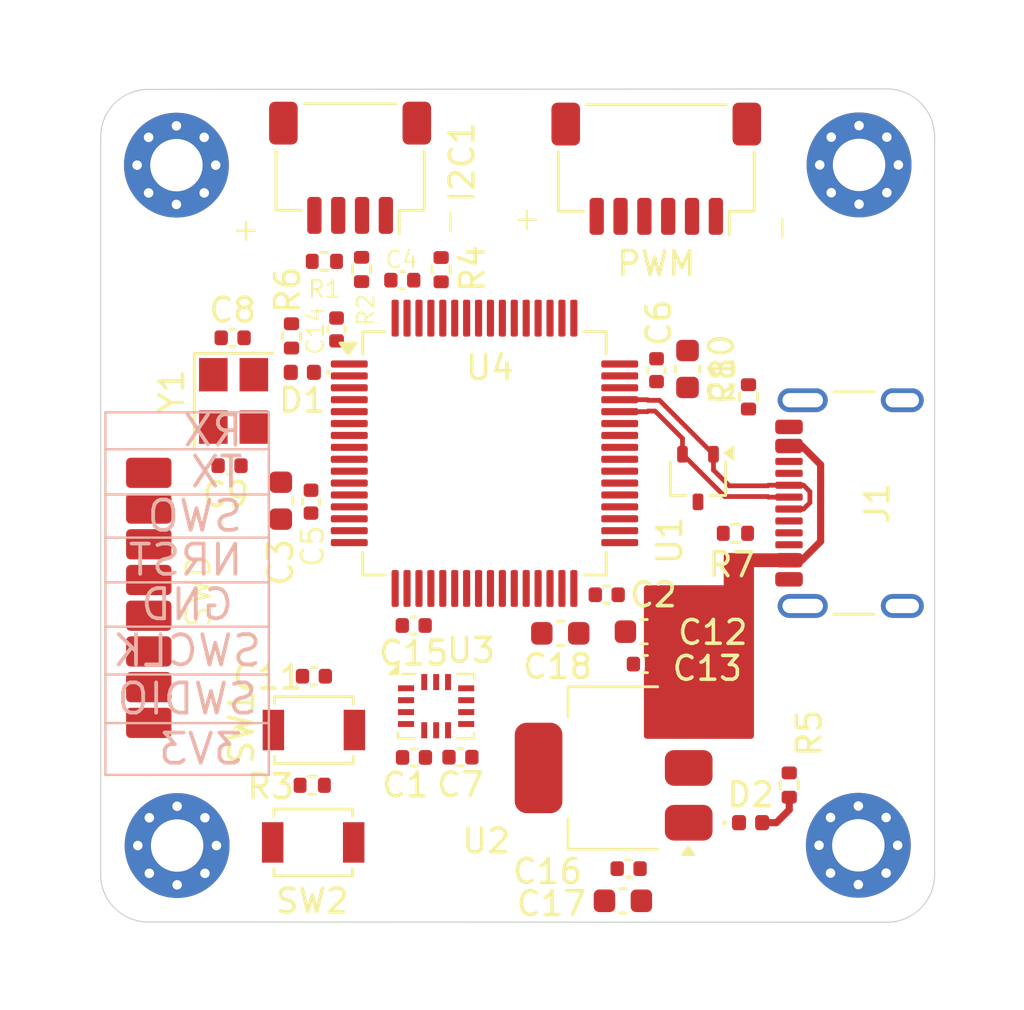
<source format=kicad_pcb>
(kicad_pcb (version 20241229) (generator "pcbnew") (generator_version "9.0")
  (layers (0 "F.Cu" signal) (2 "B.Cu" signal) (13 "F.Paste" user) (15 "B.Paste" user) (5 "F.SilkS" user "F.Silkscreen") (7 "B.SilkS" user "B.Silkscreen") (1 "F.Mask" user) (3 "B.Mask" user) (25 "Edge.Cuts" user))
  (net 0 "")
  (net 1 "GND")
  (net 2 "+3V3")
  (net 3 "NRST")
  (net 5 "UART2_RX")
  (net 6 "UART2_TX")
  (net 7 "SWDIO")
  (net 9 "SWCLK")
  (net 10 "SWO")
  (net 11 "T3C2")
  (net 12 "T3C4")
  (net 13 "/HSE_OUT")
  (net 14 "/HSE_IN")
  (net 15 "MOSI")
  (net 16 "INT2")
  (net 17 "MISO")
  (net 18 "CS")
  (net 19 "INT1")
  (net 20 "SCLK")
  (net 21 "VBUS")
  (net 22 "Net-(D1-A)")
  (net 23 "/USR_LED")
  (net 24 "Net-(D2-A)")
  (net 25 "USB_D+")
  (net 26 "USB_D-")
  (net 27 "Net-(J1-CC1)")
  (net 28 "Net-(J1-CC2)")
  (net 29 "BOOT0")
  (net 30 "T3C1")
  (net 31 "T3C3")
  (net 32 "I2C1_SDA")
  (net 33 "I2C1_SCL")
  (net 34 "Net-(U4-VCAP1)")
  (footprint "Capacitor_SMD:C_0402_1005Metric" (layer "F.Cu") (at 53.14 72.51 180)
    (property "Reference" "C15" (at 0 -1.16 0) (layer "F.SilkS"))
    (property "Value" ".1u")
    (pad "1" smd roundrect (at -0.48 0 180) (size 0.56 0.62) (layers "F.Cu" "F.Mask" "F.Paste") (net 2 "+3V3"))
    (pad "2" smd roundrect (at 0.48 0 180) (size 0.56 0.62) (layers "F.Cu" "F.Mask" "F.Paste") (net 1 "GND"))
  )
  (footprint "Resistor_SMD:R_0402_1005Metric" (layer "F.Cu") (at 66.64 68.64)
    (property "Reference" "R7" (at -0.15 1.32 0) (layer "F.SilkS"))
    (property "Value" "5k1")
    (pad "1" smd roundrect (at -0.51 0) (size 0.54 0.64) (layers "F.Cu" "F.Mask" "F.Paste") (net 1 "GND"))
    (pad "2" smd roundrect (at 0.51 0) (size 0.54 0.64) (layers "F.Cu" "F.Mask" "F.Paste") (net 27 "Net-(J1-CC1)"))
  )
  (footprint "Resistor_SMD:R_0402_1005Metric" (layer "F.Cu") (at 48.88 79.22 180)
    (property "Reference" "R3" (at 1.75 -0.06 0) (layer "F.SilkS"))
    (property "Value" "10k")
    (pad "1" smd roundrect (at -0.51 0 180) (size 0.54 0.64) (layers "F.Cu" "F.Mask" "F.Paste") (net 3 "NRST"))
    (pad "2" smd roundrect (at 0.51 0 180) (size 0.54 0.64) (layers "F.Cu" "F.Mask" "F.Paste") (net 2 "+3V3"))
  )
  (footprint "MountingHole:MountingHole_2.2mm_M2_Pad_Via" (layer "F.Cu") (at 43.21 81.75 -90)
    (property "Reference" "H4" (hide yes))
    (property "Value" "MountingHole_Pad")
    (pad "1" thru_hole circle (at -1.65 0 270) (size 0.7 0.7) (drill 0.4) (layers "*.Cu" "*.Mask") (net 1 "GND"))
    (pad "1" thru_hole circle (at -1.166726 -1.166726 270) (size 0.7 0.7) (drill 0.4) (layers "*.Cu" "*.Mask") (net 1 "GND"))
    (pad "1" thru_hole circle (at -1.166726 1.166726 270) (size 0.7 0.7) (drill 0.4) (layers "*.Cu" "*.Mask") (net 1 "GND"))
    (pad "1" thru_hole circle (at 0 -1.65 270) (size 0.7 0.7) (drill 0.4) (layers "*.Cu" "*.Mask") (net 1 "GND"))
    (pad "1" thru_hole circle (at 0 0 270) (size 4.4 4.4) (drill 2.2) (layers "*.Cu" "*.Mask") (net 1 "GND"))
    (pad "1" thru_hole circle (at 0 1.65 270) (size 0.7 0.7) (drill 0.4) (layers "*.Cu" "*.Mask") (net 1 "GND"))
    (pad "1" thru_hole circle (at 1.166726 -1.166726 270) (size 0.7 0.7) (drill 0.4) (layers "*.Cu" "*.Mask") (net 1 "GND"))
    (pad "1" thru_hole circle (at 1.166726 1.166726 270) (size 0.7 0.7) (drill 0.4) (layers "*.Cu" "*.Mask") (net 1 "GND"))
    (pad "1" thru_hole circle (at 1.65 0 270) (size 0.7 0.7) (drill 0.4) (layers "*.Cu" "*.Mask") (net 1 "GND"))
  )
  (footprint "Capacitor_SMD:C_0402_1005Metric" (layer "F.Cu") (at 61.24 71.22)
    (property "Reference" "C2" (at 1.96 0 0) (layer "F.SilkS"))
    (property "Value" ".1uF")
    (pad "1" smd roundrect (at -0.48 0) (size 0.56 0.62) (layers "F.Cu" "F.Mask" "F.Paste") (net 2 "+3V3"))
    (pad "2" smd roundrect (at 0.48 0) (size 0.56 0.62) (layers "F.Cu" "F.Mask" "F.Paste") (net 1 "GND"))
  )
  (footprint "Custom:Conn_0x08" (layer "F.Cu") (at 42.02 80.6)
    (property "Reference" "SWD" (at 2.09 -9.54 90) (layer "F.SilkS") (effects (font (thickness 0.1))))
    (property "Value" "Conn_01x08_Pin")
    (pad "1" smd roundrect (at 0 -4) (size 1.905 1.27) (layers "F.Cu" "F.Mask" "F.Paste") (roundrect_rratio 0.15) (net 2 "+3V3"))
    (pad "2" smd roundrect (at 0 -5.5) (size 1.905 1.27) (layers "F.Cu" "F.Mask" "F.Paste") (roundrect_rratio 0.15) (net 7 "SWDIO"))
    (pad "3" smd roundrect (at 0 -7) (size 1.905 1.27) (layers "F.Cu" "F.Mask" "F.Paste") (roundrect_rratio 0.15) (net 9 "SWCLK"))
    (pad "4" smd roundrect (at 0 -8.5) (size 1.905 1.27) (layers "F.Cu" "F.Mask" "F.Paste") (roundrect_rratio 0.15) (net 1 "GND"))
    (pad "5" smd roundrect (at 0 -10) (size 1.905 1.27) (layers "F.Cu" "F.Mask" "F.Paste") (roundrect_rratio 0.15) (net 3 "NRST"))
    (pad "6" smd roundrect (at 0 -11.5) (size 1.905 1.27) (layers "F.Cu" "F.Mask" "F.Paste") (roundrect_rratio 0.15) (net 10 "SWO"))
    (pad "7" smd roundrect (at 0 -13) (size 1.905 1.27) (layers "F.Cu" "F.Mask" "F.Paste") (roundrect_rratio 0.15) (net 6 "UART2_TX"))
    (pad "8" smd roundrect (at 0 -14.5) (size 1.905 1.27) (layers "F.Cu" "F.Mask" "F.Paste") (roundrect_rratio 0.15) (net 5 "UART2_RX"))
  )
  (footprint "Capacitor_SMD:C_0402_1005Metric" (layer "F.Cu") (at 53.15 78.05)
    (property "Reference" "C1" (at -0.36 1.16 0) (layer "F.SilkS"))
    (property "Value" ".1nF")
    (pad "1" smd roundrect (at -0.48 0) (size 0.56 0.62) (layers "F.Cu" "F.Mask" "F.Paste") (net 2 "+3V3"))
    (pad "2" smd roundrect (at 0.48 0) (size 0.56 0.62) (layers "F.Cu" "F.Mask" "F.Paste") (net 1 "GND"))
  )
  (footprint "Capacitor_SMD:C_0402_1005Metric" (layer "F.Cu") (at 45.54 60.43)
    (property "Reference" "C8" (at 0 -1.16 0) (layer "F.SilkS"))
    (property "Value" "10p")
    (pad "1" smd roundrect (at -0.48 0) (size 0.56 0.62) (layers "F.Cu" "F.Mask" "F.Paste") (net 14 "/HSE_IN"))
    (pad "2" smd roundrect (at 0.48 0) (size 0.56 0.62) (layers "F.Cu" "F.Mask" "F.Paste") (net 1 "GND"))
  )
  (footprint "Capacitor_SMD:C_0402_1005Metric" (layer "F.Cu") (at 52.66 58.01)
    (property "Reference" "C4" (at -0.03 -0.86 0) (layer "F.SilkS") (effects (font (size 0.7 0.7) (thickness 0.0875))))
    (property "Value" ".1uF")
    (pad "1" smd roundrect (at -0.48 0) (size 0.56 0.62) (layers "F.Cu" "F.Mask" "F.Paste") (net 2 "+3V3"))
    (pad "2" smd roundrect (at 0.48 0) (size 0.56 0.62) (layers "F.Cu" "F.Mask" "F.Paste") (net 1 "GND"))
  )
  (footprint "Capacitor_SMD:C_0402_1005Metric" (layer "F.Cu") (at 49.9 60.08 -90)
    (property "Reference" "C14" (at 0.05 0.89 270) (layer "F.SilkS") (effects (font (size 0.7 0.7) (thickness 0.0875))))
    (property "Value" ".1u")
    (pad "1" smd roundrect (at -0.48 0 270) (size 0.56 0.62) (layers "F.Cu" "F.Mask" "F.Paste") (net 1 "GND"))
    (pad "2" smd roundrect (at 0.48 0 270) (size 0.56 0.62) (layers "F.Cu" "F.Mask" "F.Paste") (net 2 "+3V3"))
  )
  (footprint "Crystal:Crystal_SMD_3225-4Pin_3.2x2.5mm" (layer "F.Cu") (at 45.58 63.08 -90)
    (property "Reference" "Y1" (at -0.41 2.6 90) (layer "F.SilkS"))
    (property "Value" "16M")
    (pad "1" smd rect (at -1.1 0.85 270) (size 1.4 1.2) (layers "F.Cu" "F.Mask" "F.Paste") (net 14 "/HSE_IN"))
    (pad "2" smd rect (at 1.1 0.85 270) (size 1.4 1.2) (layers "F.Cu" "F.Mask" "F.Paste") (net 1 "GND"))
    (pad "3" smd rect (at 1.1 -0.85 270) (size 1.4 1.2) (layers "F.Cu" "F.Mask" "F.Paste") (net 13 "/HSE_OUT"))
    (pad "4" smd rect (at -1.1 -0.85 270) (size 1.4 1.2) (layers "F.Cu" "F.Mask" "F.Paste") (net 1 "GND"))
  )
  (footprint "Capacitor_SMD:C_0402_1005Metric" (layer "F.Cu") (at 62.16 82.72)
    (property "Reference" "C16" (at -3.4 0.12 0) (layer "F.SilkS"))
    (property "Value" ".1u")
    (pad "1" smd roundrect (at -0.48 0) (size 0.56 0.62) (layers "F.Cu" "F.Mask" "F.Paste") (net 2 "+3V3"))
    (pad "2" smd roundrect (at 0.48 0) (size 0.56 0.62) (layers "F.Cu" "F.Mask" "F.Paste") (net 1 "GND"))
  )
  (footprint "Capacitor_SMD:C_0603_1608Metric" (layer "F.Cu") (at 47.56 67.27 -90)
    (property "Reference" "C3" (at 2.59 0.01 90) (layer "F.SilkS"))
    (property "Value" "1uF")
    (pad "1" smd roundrect (at -0.775 0 270) (size 0.9 0.95) (layers "F.Cu" "F.Mask" "F.Paste") (net 1 "GND"))
    (pad "2" smd roundrect (at 0.775 0 270) (size 0.9 0.95) (layers "F.Cu" "F.Mask" "F.Paste") (net 2 "+3V3"))
  )
  (footprint "Capacitor_SMD:C_0402_1005Metric" (layer "F.Cu") (at 45.41 65.8)
    (property "Reference" "C9" (at -0.15 1.21 0) (layer "F.SilkS"))
    (property "Value" "10p")
    (pad "1" smd roundrect (at -0.48 0) (size 0.56 0.62) (layers "F.Cu" "F.Mask" "F.Paste") (net 1 "GND"))
    (pad "2" smd roundrect (at 0.48 0) (size 0.56 0.62) (layers "F.Cu" "F.Mask" "F.Paste") (net 13 "/HSE_OUT"))
  )
  (footprint "Button_Switch_SMD:SW_SPST_B3U-1000P" (layer "F.Cu") (at 48.92 81.62)
    (property "Reference" "SW2" (at -0.04 2.46 0) (layer "F.SilkS"))
    (property "Value" "SW_Push")
    (pad "1" smd rect (at -1.7 0) (size 0.9 1.7) (layers "F.Cu" "F.Mask" "F.Paste") (net 2 "+3V3"))
    (pad "2" smd rect (at 1.7 0) (size 0.9 1.7) (layers "F.Cu" "F.Mask" "F.Paste") (net 29 "BOOT0"))
  )
  (footprint "Resistor_SMD:R_0402_1005Metric" (layer "F.Cu") (at 49.39 57.22 180)
    (property "Reference" "R1" (at 0 -1.17 0) (layer "F.SilkS") (effects (font (size 0.7 0.7) (thickness 0.0875))))
    (property "Value" "2k2")
    (pad "1" smd roundrect (at -0.51 0 180) (size 0.54 0.64) (layers "F.Cu" "F.Mask" "F.Paste") (net 32 "I2C1_SDA"))
    (pad "2" smd roundrect (at 0.51 0 180) (size 0.54 0.64) (layers "F.Cu" "F.Mask" "F.Paste") (net 2 "+3V3"))
  )
  (footprint "Resistor_SMD:R_0402_1005Metric" (layer "F.Cu") (at 50.95 57.56 -90)
    (property "Reference" "R2" (at 1.7 -0.18 90) (layer "F.SilkS") (effects (font (size 0.7 0.7) (thickness 0.0875))))
    (property "Value" "2k2")
    (pad "1" smd roundrect (at -0.51 0 270) (size 0.54 0.64) (layers "F.Cu" "F.Mask" "F.Paste") (net 33 "I2C1_SCL"))
    (pad "2" smd roundrect (at 0.51 0 270) (size 0.54 0.64) (layers "F.Cu" "F.Mask" "F.Paste") (net 2 "+3V3"))
  )
  (footprint "Resistor_SMD:R_0402_1005Metric" (layer "F.Cu") (at 54.29 57.57 90)
    (property "Reference" "R4" (at 0.05 1.31 90) (layer "F.SilkS"))
    (property "Value" "10k")
    (pad "1" smd roundrect (at -0.51 0 90) (size 0.54 0.64) (layers "F.Cu" "F.Mask" "F.Paste") (net 29 "BOOT0"))
    (pad "2" smd roundrect (at 0.51 0 90) (size 0.54 0.64) (layers "F.Cu" "F.Mask" "F.Paste") (net 1 "GND"))
  )
  (footprint "Package_TO_SOT_SMD:SOT-323_SC-70" (layer "F.Cu") (at 65.07 66.32 -90)
    (property "Reference" "U1" (at 2.61 1.19 90) (layer "F.SilkS"))
    (property "Value" "TPD2E2U06DCK")
    (pad "1" smd roundrect (at -1 -0.65 180) (size 0.45 0.7) (layers "F.Cu" "F.Mask" "F.Paste") (net 25 "USB_D+"))
    (pad "2" smd roundrect (at -1 0.65 180) (size 0.45 0.7) (layers "F.Cu" "F.Mask" "F.Paste") (net 26 "USB_D-"))
    (pad "3" smd roundrect (at 1 0 180) (size 0.45 0.7) (layers "F.Cu" "F.Mask" "F.Paste") (net 1 "GND"))
  )
  (footprint "LED_SMD:LED_0402_1005Metric" (layer "F.Cu") (at 48.465 61.88 180)
    (property "Reference" "D1" (at 0 -1.17 0) (layer "F.SilkS"))
    (property "Value" "G")
    (pad "1" smd roundrect (at -0.485 0 180) (size 0.59 0.64) (layers "F.Cu" "F.Mask" "F.Paste") (net 23 "/USR_LED"))
    (pad "2" smd roundrect (at 0.485 0 180) (size 0.59 0.64) (layers "F.Cu" "F.Mask" "F.Paste") (net 22 "Net-(D1-A)"))
  )
  (footprint "Capacitor_SMD:C_0402_1005Metric" (layer "F.Cu") (at 48.83 67.31 -90)
    (property "Reference" "C5" (at 1.87 -0.07 90) (layer "F.SilkS") (effects (font (size 0.9 0.9) (thickness 0.1125))))
    (property "Value" ".1uF")
    (pad "1" smd roundrect (at -0.48 0 270) (size 0.56 0.62) (layers "F.Cu" "F.Mask" "F.Paste") (net 1 "GND"))
    (pad "2" smd roundrect (at 0.48 0 270) (size 0.56 0.62) (layers "F.Cu" "F.Mask" "F.Paste") (net 2 "+3V3"))
  )
  (footprint "Capacitor_SMD:C_0402_1005Metric" (layer "F.Cu") (at 62.84 74.13 180)
    (property "Reference" "C13" (at -2.62 -0.18 0) (layer "F.SilkS"))
    (property "Value" ".1u")
    (pad "1" smd roundrect (at -0.48 0 180) (size 0.56 0.62) (layers "F.Cu" "F.Mask" "F.Paste") (net 21 "VBUS"))
    (pad "2" smd roundrect (at 0.48 0 180) (size 0.56 0.62) (layers "F.Cu" "F.Mask" "F.Paste") (net 1 "GND"))
  )
  (footprint "Resistor_SMD:R_0402_1005Metric" (layer "F.Cu") (at 68.9 79.21 -90)
    (property "Reference" "R5" (at -2.18 -0.84 90) (layer "F.SilkS"))
    (property "Value" "1k")
    (pad "1" smd roundrect (at -0.51 0 270) (size 0.54 0.64) (layers "F.Cu" "F.Mask" "F.Paste") (net 2 "+3V3"))
    (pad "2" smd roundrect (at 0.51 0 270) (size 0.54 0.64) (layers "F.Cu" "F.Mask" "F.Paste") (net 24 "Net-(D2-A)"))
  )
  (footprint "Capacitor_SMD:C_0402_1005Metric" (layer "F.Cu") (at 48.95 74.64)
    (property "Reference" "C11" (at -1.94 0.04 0) (layer "F.SilkS"))
    (property "Value" ".1uF")
    (pad "1" smd roundrect (at -0.48 0) (size 0.56 0.62) (layers "F.Cu" "F.Mask" "F.Paste") (net 1 "GND"))
    (pad "2" smd roundrect (at 0.48 0) (size 0.56 0.62) (layers "F.Cu" "F.Mask" "F.Paste") (net 3 "NRST"))
  )
  (footprint "Capacitor_SMD:C_0603_1608Metric" (layer "F.Cu") (at 64.63 61.74 -90)
    (property "Reference" "C10" (at 0 -1.43 90) (layer "F.SilkS"))
    (property "Value" "4.7uF")
    (pad "1" smd roundrect (at -0.775 0 270) (size 0.9 0.95) (layers "F.Cu" "F.Mask" "F.Paste") (net 2 "+3V3"))
    (pad "2" smd roundrect (at 0.775 0 270) (size 0.9 0.95) (layers "F.Cu" "F.Mask" "F.Paste") (net 1 "GND"))
  )
  (footprint "Connector_USB:USB_C_Receptacle_GCT_USB4105-xx-A_16P_TopMnt_Horizontal" (layer "F.Cu") (at 72.57 67.37 90)
    (property "Reference" "J1" (at -0.01 0.015 90) (layer "F.SilkS"))
    (property "Value" "USB_C_Receptacle_USB2.0_16P")
    (pad "" np_thru_hole circle (at -2.89 -2.605 90) (size 0.65 0.65) (drill 0.65) (layers "*.Cu" "*.Mask"))
    (pad "" np_thru_hole circle (at 2.89 -2.605 90) (size 0.65 0.65) (drill 0.65) (layers "*.Cu" "*.Mask"))
    (pad "A1" smd roundrect (at -3.2 -3.68 90) (size 0.6 1.15) (layers "F.Cu" "F.Mask" "F.Paste") (net 1 "GND"))
    (pad "A4" smd roundrect (at -2.4 -3.68 90) (size 0.6 1.15) (layers "F.Cu" "F.Mask" "F.Paste") (net 21 "VBUS"))
    (pad "A5" smd roundrect (at -1.25 -3.68 90) (size 0.3 1.15) (layers "F.Cu" "F.Mask" "F.Paste") (net 27 "Net-(J1-CC1)"))
    (pad "A6" smd roundrect (at -0.25 -3.68 90) (size 0.3 1.15) (layers "F.Cu" "F.Mask" "F.Paste") (net 25 "USB_D+"))
    (pad "A7" smd roundrect (at 0.25 -3.68 90) (size 0.3 1.15) (layers "F.Cu" "F.Mask" "F.Paste") (net 26 "USB_D-"))
    (pad "A8" smd roundrect (at 1.25 -3.68 90) (size 0.3 1.15) (layers "F.Cu" "F.Mask" "F.Paste"))
    (pad "A9" smd roundrect (at 2.4 -3.68 90) (size 0.6 1.15) (layers "F.Cu" "F.Mask" "F.Paste") (net 21 "VBUS"))
    (pad "A12" smd roundrect (at 3.2 -3.68 90) (size 0.6 1.15) (layers "F.Cu" "F.Mask" "F.Paste") (net 1 "GND"))
    (pad "B1" smd roundrect (at 3.2 -3.68 90) (size 0.6 1.15) (layers "F.Cu" "F.Mask" "F.Paste") (net 1 "GND"))
    (pad "B4" smd roundrect (at 2.4 -3.68 90) (size 0.6 1.15) (layers "F.Cu" "F.Mask" "F.Paste") (net 21 "VBUS"))
    (pad "B5" smd roundrect (at 1.75 -3.68 90) (size 0.3 1.15) (layers "F.Cu" "F.Mask" "F.Paste") (net 28 "Net-(J1-CC2)"))
    (pad "B6" smd roundrect (at 0.75 -3.68 90) (size 0.3 1.15) (layers "F.Cu" "F.Mask" "F.Paste") (net 25 "USB_D+"))
    (pad "B7" smd roundrect (at -0.75 -3.68 90) (size 0.3 1.15) (layers "F.Cu" "F.Mask" "F.Paste") (net 26 "USB_D-"))
    (pad "B8" smd roundrect (at -1.75 -3.68 90) (size 0.3 1.15) (layers "F.Cu" "F.Mask" "F.Paste"))
    (pad "B9" smd roundrect (at -2.4 -3.68 90) (size 0.6 1.15) (layers "F.Cu" "F.Mask" "F.Paste") (net 21 "VBUS"))
    (pad "B12" smd roundrect (at -3.2 -3.68 90) (size 0.6 1.15) (layers "F.Cu" "F.Mask" "F.Paste") (net 1 "GND"))
    (pad "S1" thru_hole oval (at -4.32 -3.105 90) (size 1 2.1) (drill oval 0.6 1.7) (property pad_prop_heatsink) (layers "*.Cu" "*.Mask" "F.Paste") (net 1 "GND"))
    (pad "S1" thru_hole oval (at -4.32 1.075 90) (size 1 1.8) (drill oval 0.6 1.4) (property pad_prop_heatsink) (layers "*.Cu" "*.Mask" "F.Paste") (net 1 "GND"))
    (pad "S1" thru_hole oval (at 4.32 -3.105 90) (size 1 2.1) (drill oval 0.6 1.7) (property pad_prop_heatsink) (layers "*.Cu" "*.Mask" "F.Paste") (net 1 "GND"))
    (pad "S1" thru_hole oval (at 4.32 1.075 90) (size 1 1.8) (drill oval 0.6 1.4) (property pad_prop_heatsink) (layers "*.Cu" "*.Mask" "F.Paste") (net 1 "GND"))
  )
  (footprint "Capacitor_SMD:C_0603_1608Metric" (layer "F.Cu") (at 62.8 72.77 180)
    (property "Reference" "C12" (at -2.89 -0.03 0) (layer "F.SilkS"))
    (property "Value" "22u")
    (pad "1" smd roundrect (at -0.775 0 180) (size 0.9 0.95) (layers "F.Cu" "F.Mask" "F.Paste") (net 21 "VBUS"))
    (pad "2" smd roundrect (at 0.775 0 180) (size 0.9 0.95) (layers "F.Cu" "F.Mask" "F.Paste") (net 1 "GND"))
  )
  (footprint "Connector_JST:JST_SH_SM06B-SRSS-TB_1x06-1MP_P1.00mm_Horizontal" (layer "F.Cu") (at 63.32 53.33 180)
    (property "Reference" "PWM" (at 0 -3.98 0) (layer "F.SilkS"))
    (property "Value" "Conn_01x06_Pin")
    (pad "1" smd roundrect (at -2.5 -2 180) (size 0.6 1.55) (layers "F.Cu" "F.Mask" "F.Paste") (net 1 "GND"))
    (pad "2" smd roundrect (at -1.5 -2 180) (size 0.6 1.55) (layers "F.Cu" "F.Mask" "F.Paste") (net 30 "T3C1"))
    (pad "3" smd roundrect (at -0.5 -2 180) (size 0.6 1.55) (layers "F.Cu" "F.Mask" "F.Paste") (net 11 "T3C2"))
    (pad "4" smd roundrect (at 0.5 -2 180) (size 0.6 1.55) (layers "F.Cu" "F.Mask" "F.Paste") (net 31 "T3C3"))
    (pad "5" smd roundrect (at 1.5 -2 180) (size 0.6 1.55) (layers "F.Cu" "F.Mask" "F.Paste") (net 12 "T3C4"))
    (pad "6" smd roundrect (at 2.5 -2 180) (size 0.6 1.55) (layers "F.Cu" "F.Mask" "F.Paste") (net 2 "+3V3"))
    (pad "MP" smd roundrect (at -3.8 1.875 180) (size 1.2 1.8) (layers "F.Cu" "F.Mask" "F.Paste") (roundrect_rratio 0.208333))
    (pad "MP" smd roundrect (at 3.8 1.875 180) (size 1.2 1.8) (layers "F.Cu" "F.Mask" "F.Paste") (roundrect_rratio 0.208333))
  )
  (footprint "Connector_JST:JST_SH_SM04B-SRSS-TB_1x04-1MP_P1.00mm_Horizontal" (layer "F.Cu") (at 50.47 53.29 180)
    (property "Reference" "I2C1" (at -4.7 0.24 90) (layer "F.SilkS"))
    (property "Value" "Conn_01x04_Pin")
    (pad "1" smd roundrect (at -1.5 -2 180) (size 0.6 1.55) (layers "F.Cu" "F.Mask" "F.Paste") (net 1 "GND"))
    (pad "2" smd roundrect (at -0.5 -2 180) (size 0.6 1.55) (layers "F.Cu" "F.Mask" "F.Paste") (net 33 "I2C1_SCL"))
    (pad "3" smd roundrect (at 0.5 -2 180) (size 0.6 1.55) (layers "F.Cu" "F.Mask" "F.Paste") (net 32 "I2C1_SDA"))
    (pad "4" smd roundrect (at 1.5 -2 180) (size 0.6 1.55) (layers "F.Cu" "F.Mask" "F.Paste") (net 2 "+3V3"))
    (pad "MP" smd roundrect (at -2.8 1.875 180) (size 1.2 1.8) (layers "F.Cu" "F.Mask" "F.Paste") (roundrect_rratio 0.208333))
    (pad "MP" smd roundrect (at 2.8 1.875 180) (size 1.2 1.8) (layers "F.Cu" "F.Mask" "F.Paste") (roundrect_rratio 0.208333))
  )
  (footprint "LED_SMD:LED_0402_1005Metric" (layer "F.Cu") (at 67.2775 80.79)
    (property "Reference" "D2" (at 0 -1.17 0) (layer "F.SilkS"))
    (property "Value" "R")
    (pad "1" smd roundrect (at -0.485 0) (size 0.59 0.64) (layers "F.Cu" "F.Mask" "F.Paste") (net 1 "GND"))
    (pad "2" smd roundrect (at 0.485 0) (size 0.59 0.64) (layers "F.Cu" "F.Mask" "F.Paste") (net 24 "Net-(D2-A)"))
  )
  (footprint "Resistor_SMD:R_0402_1005Metric" (layer "F.Cu") (at 67.19 62.91 -90)
    (property "Reference" "R8" (at -0.66 1.07 90) (layer "F.SilkS"))
    (property "Value" "5k1")
    (pad "1" smd roundrect (at -0.51 0 270) (size 0.54 0.64) (layers "F.Cu" "F.Mask" "F.Paste") (net 1 "GND"))
    (pad "2" smd roundrect (at 0.51 0 270) (size 0.54 0.64) (layers "F.Cu" "F.Mask" "F.Paste") (net 28 "Net-(J1-CC2)"))
  )
  (footprint "Capacitor_SMD:C_0603_1608Metric" (layer "F.Cu") (at 61.92 84.07)
    (property "Reference" "C17" (at -3 0.12 180) (layer "F.SilkS"))
    (property "Value" "22u")
    (pad "1" smd roundrect (at -0.775 0) (size 0.9 0.95) (layers "F.Cu" "F.Mask" "F.Paste") (net 2 "+3V3"))
    (pad "2" smd roundrect (at 0.775 0) (size 0.9 0.95) (layers "F.Cu" "F.Mask" "F.Paste") (net 1 "GND"))
  )
  (footprint "Button_Switch_SMD:SW_SPST_B3U-1000P" (layer "F.Cu") (at 48.95 76.9)
    (property "Reference" "SW1" (at -3.03 -0.11 90) (layer "F.SilkS"))
    (property "Value" "SW_Push")
    (pad "1" smd rect (at -1.7 0) (size 0.9 1.7) (layers "F.Cu" "F.Mask" "F.Paste") (net 1 "GND"))
    (pad "2" smd rect (at 1.7 0) (size 0.9 1.7) (layers "F.Cu" "F.Mask" "F.Paste") (net 3 "NRST"))
  )
  (footprint "MountingHole:MountingHole_2.2mm_M2_Pad_Via" (layer "F.Cu") (at 43.18 53.18 90)
    (property "Reference" "H2" (hide yes))
    (property "Value" "MountingHole_Pad")
    (pad "1" thru_hole circle (at -1.65 0 90) (size 0.7 0.7) (drill 0.4) (layers "*.Cu" "*.Mask") (net 1 "GND"))
    (pad "1" thru_hole circle (at -1.166726 -1.166726 90) (size 0.7 0.7) (drill 0.4) (layers "*.Cu" "*.Mask") (net 1 "GND"))
    (pad "1" thru_hole circle (at -1.166726 1.166726 90) (size 0.7 0.7) (drill 0.4) (layers "*.Cu" "*.Mask") (net 1 "GND"))
    (pad "1" thru_hole circle (at 0 -1.65 90) (size 0.7 0.7) (drill 0.4) (layers "*.Cu" "*.Mask") (net 1 "GND"))
    (pad "1" thru_hole circle (at 0 0 90) (size 4.4 4.4) (drill 2.2) (layers "*.Cu" "*.Mask") (net 1 "GND"))
    (pad "1" thru_hole circle (at 0 1.65 90) (size 0.7 0.7) (drill 0.4) (layers "*.Cu" "*.Mask") (net 1 "GND"))
    (pad "1" thru_hole circle (at 1.166726 -1.166726 90) (size 0.7 0.7) (drill 0.4) (layers "*.Cu" "*.Mask") (net 1 "GND"))
    (pad "1" thru_hole circle (at 1.166726 1.166726 90) (size 0.7 0.7) (drill 0.4) (layers "*.Cu" "*.Mask") (net 1 "GND"))
    (pad "1" thru_hole circle (at 1.65 0 90) (size 0.7 0.7) (drill 0.4) (layers "*.Cu" "*.Mask") (net 1 "GND"))
  )
  (footprint "Capacitor_SMD:C_0402_1005Metric" (layer "F.Cu") (at 55.1 78.04 180)
    (property "Reference" "C7" (at 0 -1.16 0) (layer "F.SilkS"))
    (property "Value" ".1uF")
    (pad "1" smd roundrect (at -0.48 0 180) (size 0.56 0.62) (layers "F.Cu" "F.Mask" "F.Paste") (net 2 "+3V3"))
    (pad "2" smd roundrect (at 0.48 0 180) (size 0.56 0.62) (layers "F.Cu" "F.Mask" "F.Paste") (net 1 "GND"))
  )
  (footprint "Capacitor_SMD:C_0603_1608Metric" (layer "F.Cu") (at 59.29 72.84)
    (property "Reference" "C18" (at -0.11 1.39 0) (layer "F.SilkS"))
    (property "Value" "4.7uF")
    (pad "1" smd roundrect (at -0.775 0) (size 0.9 0.95) (layers "F.Cu" "F.Mask" "F.Paste") (net 34 "Net-(U4-VCAP1)"))
    (pad "2" smd roundrect (at 0.775 0) (size 0.9 0.95) (layers "F.Cu" "F.Mask" "F.Paste") (net 1 "GND"))
  )
  (footprint "Capacitor_SMD:C_0402_1005Metric" (layer "F.Cu") (at 63.33 61.79 -90)
    (property "Reference" "C6" (at -1.99 -0.1 90) (layer "F.SilkS"))
    (property "Value" ".1uF")
    (pad "1" smd roundrect (at -0.48 0 270) (size 0.56 0.62) (layers "F.Cu" "F.Mask" "F.Paste") (net 2 "+3V3"))
    (pad "2" smd roundrect (at 0.48 0 270) (size 0.56 0.62) (layers "F.Cu" "F.Mask" "F.Paste") (net 1 "GND"))
  )
  (footprint "MountingHole:MountingHole_2.2mm_M2_Pad_Via" (layer "F.Cu") (at 71.8 81.74 90)
    (property "Reference" "H3" (hide yes))
    (property "Value" "MountingHole_Pad")
    (pad "1" thru_hole circle (at -1.65 0 90) (size 0.7 0.7) (drill 0.4) (layers "*.Cu" "*.Mask") (net 1 "GND"))
    (pad "1" thru_hole circle (at -1.166726 -1.166726 90) (size 0.7 0.7) (drill 0.4) (layers "*.Cu" "*.Mask") (net 1 "GND"))
    (pad "1" thru_hole circle (at -1.166726 1.166726 90) (size 0.7 0.7) (drill 0.4) (layers "*.Cu" "*.Mask") (net 1 "GND"))
    (pad "1" thru_hole circle (at 0 -1.65 90) (size 0.7 0.7) (drill 0.4) (layers "*.Cu" "*.Mask") (net 1 "GND"))
    (pad "1" thru_hole circle (at 0 0 90) (size 4.4 4.4) (drill 2.2) (layers "*.Cu" "*.Mask") (net 1 "GND"))
    (pad "1" thru_hole circle (at 0 1.65 90) (size 0.7 0.7) (drill 0.4) (layers "*.Cu" "*.Mask") (net 1 "GND"))
    (pad "1" thru_hole circle (at 1.166726 -1.166726 90) (size 0.7 0.7) (drill 0.4) (layers "*.Cu" "*.Mask") (net 1 "GND"))
    (pad "1" thru_hole circle (at 1.166726 1.166726 90) (size 0.7 0.7) (drill 0.4) (layers "*.Cu" "*.Mask") (net 1 "GND"))
    (pad "1" thru_hole circle (at 1.65 0 90) (size 0.7 0.7) (drill 0.4) (layers "*.Cu" "*.Mask") (net 1 "GND"))
  )
  (footprint "Package_LGA:Bosch_LGA-14_3x2.5mm_P0.5mm" (layer "F.Cu") (at 54.08 75.8975)
    (property "Reference" "U3" (at 1.46 -2.3475 180) (layer "F.SilkS"))
    (property "Value" "BMI160")
    (pad "1" smd rect (at -1.2625 -0.75) (size 0.675 0.25) (layers "F.Cu" "F.Mask" "F.Paste") (net 17 "MISO"))
    (pad "2" smd rect (at -1.2625 -0.25) (size 0.675 0.25) (layers "F.Cu" "F.Mask" "F.Paste"))
    (pad "3" smd rect (at -1.2625 0.25) (size 0.675 0.25) (layers "F.Cu" "F.Mask" "F.Paste"))
    (pad "4" smd rect (at -1.2625 0.75) (size 0.675 0.25) (layers "F.Cu" "F.Mask" "F.Paste") (net 19 "INT1"))
    (pad "5" smd rect (at -0.5 1.0125) (size 0.25 0.675) (layers "F.Cu" "F.Mask" "F.Paste") (net 2 "+3V3"))
    (pad "6" smd rect (at 0 1.0125) (size 0.25 0.675) (layers "F.Cu" "F.Mask" "F.Paste") (net 1 "GND"))
    (pad "7" smd rect (at 0.5 1.0125) (size 0.25 0.675) (layers "F.Cu" "F.Mask" "F.Paste") (net 1 "GND"))
    (pad "8" smd rect (at 1.2625 0.75) (size 0.675 0.25) (layers "F.Cu" "F.Mask" "F.Paste") (net 2 "+3V3"))
    (pad "9" smd rect (at 1.2625 0.25) (size 0.675 0.25) (layers "F.Cu" "F.Mask" "F.Paste") (net 16 "INT2"))
    (pad "10" smd rect (at 1.2625 -0.25) (size 0.675 0.25) (layers "F.Cu" "F.Mask" "F.Paste"))
    (pad "11" smd rect (at 1.2625 -0.75) (size 0.675 0.25) (layers "F.Cu" "F.Mask" "F.Paste"))
    (pad "12" smd rect (at 0.5 -1.0125) (size 0.25 0.675) (layers "F.Cu" "F.Mask" "F.Paste") (net 18 "CS"))
    (pad "13" smd rect (at 0 -1.0125) (size 0.25 0.675) (layers "F.Cu" "F.Mask" "F.Paste") (net 20 "SCLK"))
    (pad "14" smd rect (at -0.5 -1.0125) (size 0.25 0.675) (layers "F.Cu" "F.Mask" "F.Paste") (net 15 "MOSI"))
  )
  (footprint "Resistor_SMD:R_0402_1005Metric" (layer "F.Cu") (at 48.01 60.35 -90)
    (property "Reference" "R6" (at -1.93 0.16 90) (layer "F.SilkS"))
    (property "Value" "1k")
    (pad "1" smd roundrect (at -0.51 0 270) (size 0.54 0.64) (layers "F.Cu" "F.Mask" "F.Paste") (net 2 "+3V3"))
    (pad "2" smd roundrect (at 0.51 0 270) (size 0.54 0.64) (layers "F.Cu" "F.Mask" "F.Paste") (net 22 "Net-(D1-A)"))
  )
  (footprint "Package_TO_SOT_SMD:SOT-223-3_TabPin2" (layer "F.Cu") (at 61.53 78.4925 180)
    (property "Reference" "U2" (at 5.35 -3.0675 0) (layer "F.SilkS"))
    (property "Value" "AMS1117-3.3")
    (pad "1" smd roundrect (at -3.15 -2.3 180) (size 2 1.5) (layers "F.Cu" "F.Mask" "F.Paste") (net 1 "GND"))
    (pad "2" smd roundrect (at -3.15 0 180) (size 2 1.5) (layers "F.Cu" "F.Mask" "F.Paste") (net 2 "+3V3"))
    (pad "2" smd roundrect (at 3.15 0 180) (size 2 3.8) (layers "F.Cu" "F.Mask" "F.Paste") (net 2 "+3V3"))
    (pad "3" smd roundrect (at -3.15 2.3 180) (size 2 1.5) (layers "F.Cu" "F.Mask" "F.Paste") (net 21 "VBUS"))
  )
  (footprint "MountingHole:MountingHole_2.2mm_M2_Pad_Via" (layer "F.Cu") (at 71.83 53.17 180)
    (property "Reference" "H1" (hide yes))
    (property "Value" "MountingHole_Pad")
    (pad "1" thru_hole circle (at -1.65 0 180) (size 0.7 0.7) (drill 0.4) (layers "*.Cu" "*.Mask") (net 1 "GND"))
    (pad "1" thru_hole circle (at -1.166726 -1.166726 180) (size 0.7 0.7) (drill 0.4) (layers "*.Cu" "*.Mask") (net 1 "GND"))
    (pad "1" thru_hole circle (at -1.166726 1.166726 180) (size 0.7 0.7) (drill 0.4) (layers "*.Cu" "*.Mask") (net 1 "GND"))
    (pad "1" thru_hole circle (at 0 -1.65 180) (size 0.7 0.7) (drill 0.4) (layers "*.Cu" "*.Mask") (net 1 "GND"))
    (pad "1" thru_hole circle (at 0 0 180) (size 4.4 4.4) (drill 2.2) (layers "*.Cu" "*.Mask") (net 1 "GND"))
    (pad "1" thru_hole circle (at 0 1.65 180) (size 0.7 0.7) (drill 0.4) (layers "*.Cu" "*.Mask") (net 1 "GND"))
    (pad "1" thru_hole circle (at 1.166726 -1.166726 180) (size 0.7 0.7) (drill 0.4) (layers "*.Cu" "*.Mask") (net 1 "GND"))
    (pad "1" thru_hole circle (at 1.166726 1.166726 180) (size 0.7 0.7) (drill 0.4) (layers "*.Cu" "*.Mask") (net 1 "GND"))
    (pad "1" thru_hole circle (at 1.65 0 180) (size 0.7 0.7) (drill 0.4) (layers "*.Cu" "*.Mask") (net 1 "GND"))
  )
  (footprint "Package_QFP:LQFP-64_10x10mm_P0.5mm" (layer "F.Cu") (at 56.11 65.28)
    (property "Reference" "U4" (at 0.23 -3.59 0) (layer "F.SilkS"))
    (property "Value" "STM32F401RBT6")
    (pad "1" smd roundrect (at -5.675 -3.75) (size 1.55 0.3) (layers "F.Cu" "F.Mask" "F.Paste") (net 2 "+3V3"))
    (pad "2" smd roundrect (at -5.675 -3.25) (size 1.55 0.3) (layers "F.Cu" "F.Mask" "F.Paste") (net 23 "/USR_LED"))
    (pad "3" smd roundrect (at -5.675 -2.75) (size 1.55 0.3) (layers "F.Cu" "F.Mask" "F.Paste"))
    (pad "4" smd roundrect (at -5.675 -2.25) (size 1.55 0.3) (layers "F.Cu" "F.Mask" "F.Paste"))
    (pad "5" smd roundrect (at -5.675 -1.75) (size 1.55 0.3) (layers "F.Cu" "F.Mask" "F.Paste") (net 14 "/HSE_IN"))
    (pad "6" smd roundrect (at -5.675 -1.25) (size 1.55 0.3) (layers "F.Cu" "F.Mask" "F.Paste") (net 13 "/HSE_OUT"))
    (pad "7" smd roundrect (at -5.675 -0.75) (size 1.55 0.3) (layers "F.Cu" "F.Mask" "F.Paste") (net 3 "NRST"))
    (pad "8" smd roundrect (at -5.675 -0.25) (size 1.55 0.3) (layers "F.Cu" "F.Mask" "F.Paste"))
    (pad "9" smd roundrect (at -5.675 0.25) (size 1.55 0.3) (layers "F.Cu" "F.Mask" "F.Paste"))
    (pad "10" smd roundrect (at -5.675 0.75) (size 1.55 0.3) (layers "F.Cu" "F.Mask" "F.Paste"))
    (pad "11" smd roundrect (at -5.675 1.25) (size 1.55 0.3) (layers "F.Cu" "F.Mask" "F.Paste") (net 12 "T3C4"))
    (pad "12" smd roundrect (at -5.675 1.75) (size 1.55 0.3) (layers "F.Cu" "F.Mask" "F.Paste") (net 1 "GND"))
    (pad "13" smd roundrect (at -5.675 2.25) (size 1.55 0.3) (layers "F.Cu" "F.Mask" "F.Paste") (net 2 "+3V3"))
    (pad "14" smd roundrect (at -5.675 2.75) (size 1.55 0.3) (layers "F.Cu" "F.Mask" "F.Paste"))
    (pad "15" smd roundrect (at -5.675 3.25) (size 1.55 0.3) (layers "F.Cu" "F.Mask" "F.Paste"))
    (pad "16" smd roundrect (at -5.675 3.75) (size 1.55 0.3) (layers "F.Cu" "F.Mask" "F.Paste") (net 6 "UART2_TX"))
    (pad "17" smd roundrect (at -3.75 5.675) (size 0.3 1.55) (layers "F.Cu" "F.Mask" "F.Paste") (net 5 "UART2_RX"))
    (pad "18" smd roundrect (at -3.25 5.675) (size 0.3 1.55) (layers "F.Cu" "F.Mask" "F.Paste") (net 1 "GND"))
    (pad "19" smd roundrect (at -2.75 5.675) (size 0.3 1.55) (layers "F.Cu" "F.Mask" "F.Paste") (net 2 "+3V3"))
    (pad "20" smd roundrect (at -2.25 5.675) (size 0.3 1.55) (layers "F.Cu" "F.Mask" "F.Paste") (net 18 "CS"))
    (pad "21" smd roundrect (at -1.75 5.675) (size 0.3 1.55) (layers "F.Cu" "F.Mask" "F.Paste") (net 20 "SCLK"))
    (pad "22" smd roundrect (at -1.25 5.675) (size 0.3 1.55) (layers "F.Cu" "F.Mask" "F.Paste") (net 17 "MISO"))
    (pad "23" smd roundrect (at -0.75 5.675) (size 0.3 1.55) (layers "F.Cu" "F.Mask" "F.Paste") (net 15 "MOSI"))
    (pad "24" smd roundrect (at -0.25 5.675) (size 0.3 1.55) (layers "F.Cu" "F.Mask" "F.Paste") (net 31 "T3C3"))
    (pad "25" smd roundrect (at 0.25 5.675) (size 0.3 1.55) (layers "F.Cu" "F.Mask" "F.Paste") (net 11 "T3C2"))
    (pad "26" smd roundrect (at 0.75 5.675) (size 0.3 1.55) (layers "F.Cu" "F.Mask" "F.Paste"))
    (pad "27" smd roundrect (at 1.25 5.675) (size 0.3 1.55) (layers "F.Cu" "F.Mask" "F.Paste"))
    (pad "28" smd roundrect (at 1.75 5.675) (size 0.3 1.55) (layers "F.Cu" "F.Mask" "F.Paste"))
    (pad "29" smd roundrect (at 2.25 5.675) (size 0.3 1.55) (layers "F.Cu" "F.Mask" "F.Paste"))
    (pad "30" smd roundrect (at 2.75 5.675) (size 0.3 1.55) (layers "F.Cu" "F.Mask" "F.Paste") (net 34 "Net-(U4-VCAP1)"))
    (pad "31" smd roundrect (at 3.25 5.675) (size 0.3 1.55) (layers "F.Cu" "F.Mask" "F.Paste") (net 1 "GND"))
    (pad "32" smd roundrect (at 3.75 5.675) (size 0.3 1.55) (layers "F.Cu" "F.Mask" "F.Paste") (net 2 "+3V3"))
    (pad "33" smd roundrect (at 5.675 3.75) (size 1.55 0.3) (layers "F.Cu" "F.Mask" "F.Paste"))
    (pad "34" smd roundrect (at 5.675 3.25) (size 1.55 0.3) (layers "F.Cu" "F.Mask" "F.Paste"))
    (pad "35" smd roundrect (at 5.675 2.75) (size 1.55 0.3) (layers "F.Cu" "F.Mask" "F.Paste"))
    (pad "36" smd roundrect (at 5.675 2.25) (size 1.55 0.3) (layers "F.Cu" "F.Mask" "F.Paste"))
    (pad "37" smd roundrect (at 5.675 1.75) (size 1.55 0.3) (layers "F.Cu" "F.Mask" "F.Paste") (net 30 "T3C1"))
    (pad "38" smd roundrect (at 5.675 1.25) (size 1.55 0.3) (layers "F.Cu" "F.Mask" "F.Paste"))
    (pad "39" smd roundrect (at 5.675 0.75) (size 1.55 0.3) (layers "F.Cu" "F.Mask" "F.Paste"))
    (pad "40" smd roundrect (at 5.675 0.25) (size 1.55 0.3) (layers "F.Cu" "F.Mask" "F.Paste"))
    (pad "41" smd roundrect (at 5.675 -0.25) (size 1.55 0.3) (layers "F.Cu" "F.Mask" "F.Paste") (net 19 "INT1"))
    (pad "42" smd roundrect (at 5.675 -0.75) (size 1.55 0.3) (layers "F.Cu" "F.Mask" "F.Paste") (net 16 "INT2"))
    (pad "43" smd roundrect (at 5.675 -1.25) (size 1.55 0.3) (layers "F.Cu" "F.Mask" "F.Paste"))
    (pad "44" smd roundrect (at 5.675 -1.75) (size 1.55 0.3) (layers "F.Cu" "F.Mask" "F.Paste") (net 26 "USB_D-"))
    (pad "45" smd roundrect (at 5.675 -2.25) (size 1.55 0.3) (layers "F.Cu" "F.Mask" "F.Paste") (net 25 "USB_D+"))
    (pad "46" smd roundrect (at 5.675 -2.75) (size 1.55 0.3) (layers "F.Cu" "F.Mask" "F.Paste") (net 7 "SWDIO"))
    (pad "47" smd roundrect (at 5.675 -3.25) (size 1.55 0.3) (layers "F.Cu" "F.Mask" "F.Paste") (net 1 "GND"))
    (pad "48" smd roundrect (at 5.675 -3.75) (size 1.55 0.3) (layers "F.Cu" "F.Mask" "F.Paste") (net 2 "+3V3"))
    (pad "49" smd roundrect (at 3.75 -5.675) (size 0.3 1.55) (layers "F.Cu" "F.Mask" "F.Paste") (net 9 "SWCLK"))
    (pad "50" smd roundrect (at 3.25 -5.675) (size 0.3 1.55) (layers "F.Cu" "F.Mask" "F.Paste"))
    (pad "51" smd roundrect (at 2.75 -5.675) (size 0.3 1.55) (layers "F.Cu" "F.Mask" "F.Paste"))
    (pad "52" smd roundrect (at 2.25 -5.675) (size 0.3 1.55) (layers "F.Cu" "F.Mask" "F.Paste"))
    (pad "53" smd roundrect (at 1.75 -5.675) (size 0.3 1.55) (layers "F.Cu" "F.Mask" "F.Paste"))
    (pad "54" smd roundrect (at 1.25 -5.675) (size 0.3 1.55) (layers "F.Cu" "F.Mask" "F.Paste"))
    (pad "55" smd roundrect (at 0.75 -5.675) (size 0.3 1.55) (layers "F.Cu" "F.Mask" "F.Paste") (net 10 "SWO"))
    (pad "56" smd roundrect (at 0.25 -5.675) (size 0.3 1.55) (layers "F.Cu" "F.Mask" "F.Paste"))
    (pad "57" smd roundrect (at -0.25 -5.675) (size 0.3 1.55) (layers "F.Cu" "F.Mask" "F.Paste"))
    (pad "58" smd roundrect (at -0.75 -5.675) (size 0.3 1.55) (layers "F.Cu" "F.Mask" "F.Paste") (net 33 "I2C1_SCL"))
    (pad "59" smd roundrect (at -1.25 -5.675) (size 0.3 1.55) (layers "F.Cu" "F.Mask" "F.Paste") (net 32 "I2C1_SDA"))
    (pad "60" smd roundrect (at -1.75 -5.675) (size 0.3 1.55) (layers "F.Cu" "F.Mask" "F.Paste") (net 29 "BOOT0"))
    (pad "61" smd roundrect (at -2.25 -5.675) (size 0.3 1.55) (layers "F.Cu" "F.Mask" "F.Paste"))
    (pad "62" smd roundrect (at -2.75 -5.675) (size 0.3 1.55) (layers "F.Cu" "F.Mask" "F.Paste"))
    (pad "63" smd roundrect (at -3.25 -5.675) (size 0.3 1.55) (layers "F.Cu" "F.Mask" "F.Paste") (net 1 "GND"))
    (pad "64" smd roundrect (at -3.75 -5.675) (size 0.3 1.55) (layers "F.Cu" "F.Mask" "F.Paste") (net 2 "+3V3"))
  )
  (gr_line (start 40 82.96) (end 40 52) (stroke (width 0.05)) (layer "Edge.Cuts"))
  (gr_line (start 42 84.96) (end 73 84.97) (stroke (width 0.05)) (layer "Edge.Cuts"))
  (gr_arc (start 73 49.98) (mid 74.414214 50.565786) (end 75 51.98) (stroke (width 0.05)) (layer "Edge.Cuts"))
  (gr_arc (start 40 52) (mid 40.585786 50.585786) (end 42 50) (stroke (width 0.05)) (layer "Edge.Cuts"))
  (gr_arc (start 75 82.97) (mid 74.414214 84.384214) (end 73 84.97) (stroke (width 0.05)) (layer "Edge.Cuts"))
  (gr_arc (start 42 84.96) (mid 40.585786 84.374214) (end 40 82.96) (stroke (width 0.05)) (layer "Edge.Cuts"))
  (gr_line (start 75 82.97) (end 75 51.98) (stroke (width 0.05)) (layer "Edge.Cuts"))
  (gr_line (start 42 50) (end 73 49.98) (stroke (width 0.05)) (layer "Edge.Cuts"))
  (gr_text "+\n" (at 45.42 56.44 0) (layer "F.SilkS") (effects (font (size 1 1) (thickness 0.1)) (justify left bottom)))
  (gr_text "-" (at 69.12 56.5 90) (layer "F.SilkS") (effects (font (size 1 1) (thickness 0.1)) (justify left bottom)))
  (gr_text "+\n" (at 57.2 55.98 0) (layer "F.SilkS") (effects (font (size 1 1) (thickness 0.1)) (justify left bottom)))
  (gr_text "-\n" (at 55.19 56.26 90) (layer "F.SilkS") (effects (font (size 1 1) (thickness 0.1)) (justify left bottom)))
  (table (column_count 1) (layer "B.SilkS") (border (external yes) (header yes) (stroke (width 0.1))) (separators (rows yes) (cols yes) (stroke (width 0.1))) (column_widths 6.86) (row_heights 1.55 1.9 1.81 1.88 1.86 2.01 2.04 2.17) (cells (table_cell "RX" (start 40.2 63.56) (end 47.06 65.11) (margins 1.0025 1.0025 1.0025 1.0025) (span 1 1) (layer "B.SilkS") (effects (font (size 1.27 1.27)) (justify left mirror))) (table_cell "TX" (start 40.2 65.11) (end 47.06 67.01) (margins 1.0025 1.0025 1.0025 1.0025) (span 1 1) (layer "B.SilkS") (effects (font (size 1.27 1.27)) (justify left mirror))) (table_cell "SWO" (start 40.2 67.01) (end 47.06 68.82) (margins 1.0025 1.0025 1.0025 1.0025) (span 1 1) (layer "B.SilkS") (effects (font (size 1.27 1.27)) (justify left mirror))) (table_cell "NRST" (start 40.2 68.82) (end 47.06 70.7) (margins 1.0025 1.0025 1.0025 1.0025) (span 1 1) (layer "B.SilkS") (effects (font (size 1.27 1.27)) (justify left mirror))) (table_cell "GND" (start 40.2 70.7) (end 47.06 72.56) (margins 1.0025 1.0025 1.0025 1.0025) (span 1 1) (layer "B.SilkS") (effects (font (size 1.27 1.27)) (justify mirror))) (table_cell "SWCLK" (start 40.2 72.56) (end 47.06 74.57) (margins 1.0025 1.0025 1.0025 1.0025) (span 1 1) (layer "B.SilkS") (effects (font (size 1.27 1.27)) (justify mirror))) (table_cell "SWDIO" (start 40.2 74.57) (end 47.06 76.61) (margins 1.0025 1.0025 1.0025 1.0025) (span 1 1) (layer "B.SilkS") (effects (font (size 1.27 1.27)) (justify mirror))) (table_cell "3V3" (start 40.2 76.61) (end 47.06 78.78) (margins 1.0025 1.0025 1.0025 1.0025) (span 1 1) (layer "B.SilkS") (effects (font (size 1.27 1.27)) (justify left mirror)))))
  (segment (start 70.217 65.758719) (end 70.217 68.981281) (width 0.3) (layer "F.Cu") (net 21))
  (segment (start 68.89 64.97) (end 69.428281 64.97) (width 0.3) (layer "F.Cu") (net 21))
  (segment (start 69.428281 69.77) (end 68.89 69.77) (width 0.3) (layer "F.Cu") (net 21))
  (segment (start 70.217 68.981281) (end 69.428281 69.77) (width 0.3) (layer "F.Cu") (net 21))
  (segment (start 69.428281 64.97) (end 70.217 65.758719) (width 0.3) (layer "F.Cu") (net 21))
  (segment (start 67.7625 80.79) (end 68.36 80.79) (width 0.3) (layer "F.Cu") (net 24))
  (segment (start 68.9 80.25) (end 68.9 79.72) (width 0.3) (layer "F.Cu") (net 24))
  (segment (start 68.36 80.79) (end 68.9 80.25) (width 0.3) (layer "F.Cu") (net 24))
  (segment (start 63.455 63.055) (end 65.72 65.32) (width 0.2) (layer "F.Cu") (net 25))
  (segment (start 68.027499 66.62) (end 68.89 66.62) (width 0.2) (layer "F.Cu") (net 25))
  (segment (start 68.002499 66.645) (end 68.027499 66.62) (width 0.2) (layer "F.Cu") (net 25))
  (segment (start 69.498824 66.62) (end 68.89 66.62) (width 0.2) (layer "F.Cu") (net 25))
  (segment (start 68.89 67.62) (end 69.498824 67.62) (width 0.2) (layer "F.Cu") (net 25))
  (segment (start 69.766 67.352824) (end 69.766 66.887176) (width 0.2) (layer "F.Cu") (net 25))
  (segment (start 61.785 63.03) (end 62.947501 63.03) (width 0.2) (layer "F.Cu") (net 25))
  (segment (start 65.72 65.32) (end 65.72 65.983603) (width 0.2) (layer "F.Cu") (net 25))
  (segment (start 62.41 63.03) (end 62.435 63.055) (width 0.2) (layer "F.Cu") (net 25))
  (segment (start 62.972501 63.055) (end 63.455 63.055) (width 0.2) (layer "F.Cu") (net 25))
  (segment (start 69.498824 67.62) (end 69.766 67.352824) (width 0.2) (layer "F.Cu") (net 25))
  (segment (start 62.947501 63.03) (end 62.972501 63.055) (width 0.2) (layer "F.Cu") (net 25))
  (segment (start 65.72 65.983603) (end 66.381397 66.645) (width 0.2) (layer "F.Cu") (net 25))
  (segment (start 66.381397 66.645) (end 68.002499 66.645) (width 0.2) (layer "F.Cu") (net 25))
  (segment (start 69.766 66.887176) (end 69.498824 66.62) (width 0.2) (layer "F.Cu") (net 25))
  (segment (start 68.002499 67.095) (end 68.027499 67.12) (width 0.2) (layer "F.Cu") (net 26))
  (segment (start 68.027499 67.12) (end 68.89 67.12) (width 0.2) (layer "F.Cu") (net 26))
  (segment (start 63.268603 63.505) (end 64.42 64.656397) (width 0.2) (layer "F.Cu") (net 26))
  (segment (start 66.195 67.095) (end 68.002499 67.095) (width 0.2) (layer "F.Cu") (net 26))
  (segment (start 61.785 63.53) (end 62.947501 63.53) (width 0.2) (layer "F.Cu") (net 26))
  (segment (start 62.947501 63.53) (end 62.972501 63.505) (width 0.2) (layer "F.Cu") (net 26))
  (segment (start 64.42 65.32) (end 66.195 67.095) (width 0.2) (layer "F.Cu") (net 26))
  (segment (start 62.972501 63.505) (end 63.268603 63.505) (width 0.2) (layer "F.Cu") (net 26))
  (segment (start 62.41 63.53) (end 62.435 63.505) (width 0.2) (layer "F.Cu") (net 26))
  (segment (start 64.42 64.656397) (end 64.42 65.32) (width 0.2) (layer "F.Cu") (net 26))
  (zone (net 21) (net_name "VBUS") (layer "F.Cu") (connect_pads yes (clearance 0.1)) (min_thickness 0.25) (fill yes (thermal_gap 0.5) (thermal_bridge_width 0.5))
    (polygon (pts (xy 67.4 69.48) (xy 68.7 69.48) (xy 68.7 70.06) (xy 67.42 70.06) (xy 67.42 77.27) (xy 62.8 77.27) (xy 62.8 70.82) (xy 66.15 70.82) (xy 66.15 69.46)))
  )
)
</source>
